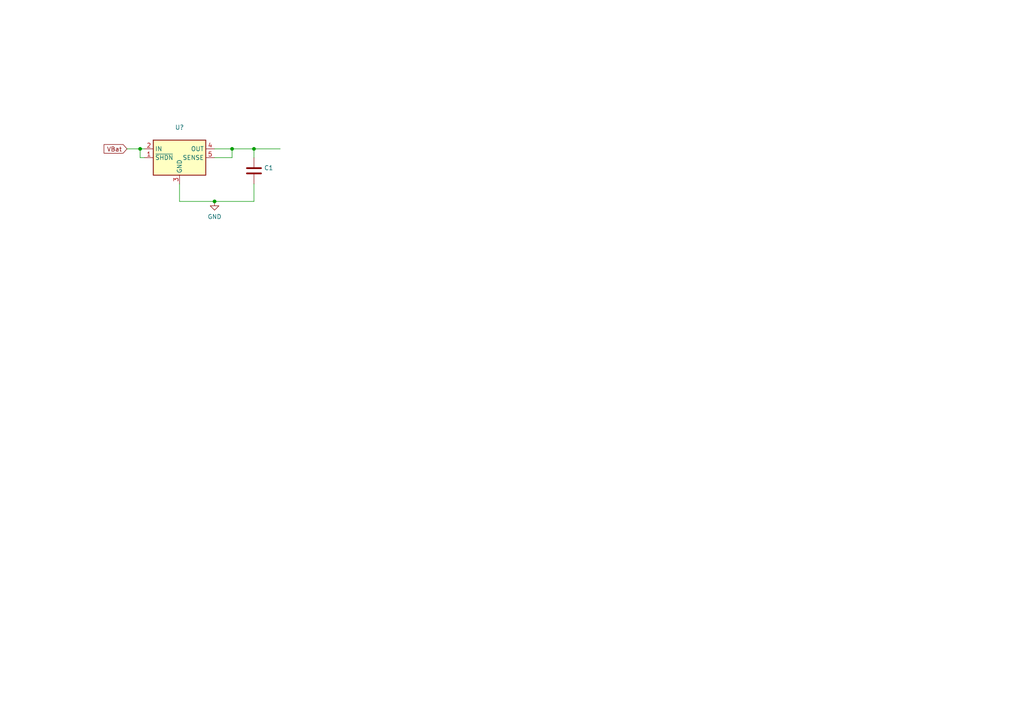
<source format=kicad_sch>
(kicad_sch (version 20211123) (generator eeschema)

  (uuid aed526b9-2f41-4fea-b5fe-8a3ea0ad1351)

  (paper "A4")

  (lib_symbols
    (symbol "Device:C" (pin_numbers hide) (pin_names (offset 0.254)) (in_bom yes) (on_board yes)
      (property "Reference" "C" (id 0) (at 0.635 2.54 0)
        (effects (font (size 1.27 1.27)) (justify left))
      )
      (property "Value" "C" (id 1) (at 0.635 -2.54 0)
        (effects (font (size 1.27 1.27)) (justify left))
      )
      (property "Footprint" "" (id 2) (at 0.9652 -3.81 0)
        (effects (font (size 1.27 1.27)) hide)
      )
      (property "Datasheet" "~" (id 3) (at 0 0 0)
        (effects (font (size 1.27 1.27)) hide)
      )
      (property "ki_keywords" "cap capacitor" (id 4) (at 0 0 0)
        (effects (font (size 1.27 1.27)) hide)
      )
      (property "ki_description" "Unpolarized capacitor" (id 5) (at 0 0 0)
        (effects (font (size 1.27 1.27)) hide)
      )
      (property "ki_fp_filters" "C_*" (id 6) (at 0 0 0)
        (effects (font (size 1.27 1.27)) hide)
      )
      (symbol "C_0_1"
        (polyline
          (pts
            (xy -2.032 -0.762)
            (xy 2.032 -0.762)
          )
          (stroke (width 0.508) (type default) (color 0 0 0 0))
          (fill (type none))
        )
        (polyline
          (pts
            (xy -2.032 0.762)
            (xy 2.032 0.762)
          )
          (stroke (width 0.508) (type default) (color 0 0 0 0))
          (fill (type none))
        )
      )
      (symbol "C_1_1"
        (pin passive line (at 0 3.81 270) (length 2.794)
          (name "~" (effects (font (size 1.27 1.27))))
          (number "1" (effects (font (size 1.27 1.27))))
        )
        (pin passive line (at 0 -3.81 90) (length 2.794)
          (name "~" (effects (font (size 1.27 1.27))))
          (number "2" (effects (font (size 1.27 1.27))))
        )
      )
    )
    (symbol "Regulator_Linear:LT1963AxQ-3.3" (in_bom yes) (on_board yes)
      (property "Reference" "U" (id 0) (at -7.62 6.35 0)
        (effects (font (size 1.27 1.27)) (justify left))
      )
      (property "Value" "LT1963AxQ-3.3" (id 1) (at -1.27 6.35 0)
        (effects (font (size 1.27 1.27)) (justify left))
      )
      (property "Footprint" "Package_TO_SOT_SMD:TO-263-5_TabPin3" (id 2) (at 0 -11.43 0)
        (effects (font (size 1.27 1.27)) hide)
      )
      (property "Datasheet" "https://www.analog.com/media/en/technical-documentation/data-sheets/1963aff.pdf" (id 3) (at 0 -13.97 0)
        (effects (font (size 1.27 1.27)) hide)
      )
      (property "ki_keywords" "voltage regulator linear ldo" (id 4) (at 0 0 0)
        (effects (font (size 1.27 1.27)) hide)
      )
      (property "ki_description" "3.3V, 1.5A, Low Noise, Fast Transient Response LDO Regulator, TO-263-5" (id 5) (at 0 0 0)
        (effects (font (size 1.27 1.27)) hide)
      )
      (property "ki_fp_filters" "TO*263*" (id 6) (at 0 0 0)
        (effects (font (size 1.27 1.27)) hide)
      )
      (symbol "LT1963AxQ-3.3_0_1"
        (rectangle (start -7.62 5.08) (end 7.62 -5.08)
          (stroke (width 0.254) (type default) (color 0 0 0 0))
          (fill (type background))
        )
      )
      (symbol "LT1963AxQ-3.3_1_1"
        (pin input line (at -10.16 0 0) (length 2.54)
          (name "~{SHDN}" (effects (font (size 1.27 1.27))))
          (number "1" (effects (font (size 1.27 1.27))))
        )
        (pin power_in line (at -10.16 2.54 0) (length 2.54)
          (name "IN" (effects (font (size 1.27 1.27))))
          (number "2" (effects (font (size 1.27 1.27))))
        )
        (pin power_in line (at 0 -7.62 90) (length 2.54)
          (name "GND" (effects (font (size 1.27 1.27))))
          (number "3" (effects (font (size 1.27 1.27))))
        )
        (pin power_out line (at 10.16 2.54 180) (length 2.54)
          (name "OUT" (effects (font (size 1.27 1.27))))
          (number "4" (effects (font (size 1.27 1.27))))
        )
        (pin input line (at 10.16 0 180) (length 2.54)
          (name "SENSE" (effects (font (size 1.27 1.27))))
          (number "5" (effects (font (size 1.27 1.27))))
        )
      )
    )
    (symbol "power:GND" (power) (pin_names (offset 0)) (in_bom yes) (on_board yes)
      (property "Reference" "#PWR" (id 0) (at 0 -6.35 0)
        (effects (font (size 1.27 1.27)) hide)
      )
      (property "Value" "GND" (id 1) (at 0 -3.81 0)
        (effects (font (size 1.27 1.27)))
      )
      (property "Footprint" "" (id 2) (at 0 0 0)
        (effects (font (size 1.27 1.27)) hide)
      )
      (property "Datasheet" "" (id 3) (at 0 0 0)
        (effects (font (size 1.27 1.27)) hide)
      )
      (property "ki_keywords" "power-flag" (id 4) (at 0 0 0)
        (effects (font (size 1.27 1.27)) hide)
      )
      (property "ki_description" "Power symbol creates a global label with name \"GND\" , ground" (id 5) (at 0 0 0)
        (effects (font (size 1.27 1.27)) hide)
      )
      (symbol "GND_0_1"
        (polyline
          (pts
            (xy 0 0)
            (xy 0 -1.27)
            (xy 1.27 -1.27)
            (xy 0 -2.54)
            (xy -1.27 -1.27)
            (xy 0 -1.27)
          )
          (stroke (width 0) (type default) (color 0 0 0 0))
          (fill (type none))
        )
      )
      (symbol "GND_1_1"
        (pin power_in line (at 0 0 270) (length 0) hide
          (name "GND" (effects (font (size 1.27 1.27))))
          (number "1" (effects (font (size 1.27 1.27))))
        )
      )
    )
  )

  (junction (at 73.66 43.18) (diameter 0) (color 0 0 0 0)
    (uuid 24c37aec-9edc-4900-ae2e-d0a4bd615ab4)
  )
  (junction (at 40.64 43.18) (diameter 0) (color 0 0 0 0)
    (uuid 53ffc176-ddbe-48ad-8b78-aab6929e8387)
  )
  (junction (at 62.23 58.42) (diameter 0) (color 0 0 0 0)
    (uuid 578e0f49-85ae-477d-b93f-8f2fa452a894)
  )
  (junction (at 67.31 43.18) (diameter 0) (color 0 0 0 0)
    (uuid badf4e87-7150-48f1-add2-b2e66adf0945)
  )

  (wire (pts (xy 40.64 45.72) (xy 40.64 43.18))
    (stroke (width 0) (type default) (color 0 0 0 0))
    (uuid 0646ed88-4118-415f-b5c7-3142da02f73d)
  )
  (wire (pts (xy 73.66 43.18) (xy 73.66 45.72))
    (stroke (width 0) (type default) (color 0 0 0 0))
    (uuid 095c209f-6a5c-4c60-ae78-3746967b1308)
  )
  (wire (pts (xy 36.83 43.18) (xy 40.64 43.18))
    (stroke (width 0) (type default) (color 0 0 0 0))
    (uuid 53891892-fec2-438a-ba4f-adc6401e8a39)
  )
  (wire (pts (xy 52.07 53.34) (xy 52.07 58.42))
    (stroke (width 0) (type default) (color 0 0 0 0))
    (uuid 5cc3da7b-eb73-4677-b082-cfbbc3e67dc2)
  )
  (wire (pts (xy 73.66 43.18) (xy 81.28 43.18))
    (stroke (width 0) (type default) (color 0 0 0 0))
    (uuid 5d94cb9f-e61c-4d37-937d-f85058071620)
  )
  (wire (pts (xy 73.66 58.42) (xy 73.66 53.34))
    (stroke (width 0) (type default) (color 0 0 0 0))
    (uuid 63c3cc2d-cf75-4e0d-8eef-f14c618b12e1)
  )
  (wire (pts (xy 62.23 43.18) (xy 67.31 43.18))
    (stroke (width 0) (type default) (color 0 0 0 0))
    (uuid 67f320e3-1275-4156-95b0-06aac4482c66)
  )
  (wire (pts (xy 41.91 45.72) (xy 40.64 45.72))
    (stroke (width 0) (type default) (color 0 0 0 0))
    (uuid 8c71cfca-0dc7-4ff5-82cf-5ece028c1ffe)
  )
  (wire (pts (xy 62.23 58.42) (xy 73.66 58.42))
    (stroke (width 0) (type default) (color 0 0 0 0))
    (uuid b8a74b80-3aca-4267-b23a-94884362aae2)
  )
  (wire (pts (xy 52.07 58.42) (xy 62.23 58.42))
    (stroke (width 0) (type default) (color 0 0 0 0))
    (uuid c36a4313-ea83-4455-8444-66cfb8c37f21)
  )
  (wire (pts (xy 62.23 45.72) (xy 67.31 45.72))
    (stroke (width 0) (type default) (color 0 0 0 0))
    (uuid d249e9d8-9bad-42f1-a73d-d1a59a7189c1)
  )
  (wire (pts (xy 67.31 45.72) (xy 67.31 43.18))
    (stroke (width 0) (type default) (color 0 0 0 0))
    (uuid e04a2b29-9af0-49d8-b3d3-343265fbfdf5)
  )
  (wire (pts (xy 40.64 43.18) (xy 41.91 43.18))
    (stroke (width 0) (type default) (color 0 0 0 0))
    (uuid fa255163-ff4d-4d59-99be-0d2755075bf2)
  )
  (wire (pts (xy 67.31 43.18) (xy 73.66 43.18))
    (stroke (width 0) (type default) (color 0 0 0 0))
    (uuid ff39bedc-c1aa-463e-8dc9-6221618e68b6)
  )

  (global_label "VBat" (shape input) (at 36.83 43.18 180) (fields_autoplaced)
    (effects (font (size 1.27 1.27)) (justify right))
    (uuid 3ff29cdd-029b-49d4-b080-57ae2c9ff80d)
    (property "Intersheet References" "${INTERSHEET_REFS}" (id 0) (at 30.1836 43.1006 0)
      (effects (font (size 1.27 1.27)) (justify right) hide)
    )
  )

  (symbol (lib_id "power:GND") (at 62.23 58.42 0) (unit 1)
    (in_bom yes) (on_board yes) (fields_autoplaced)
    (uuid 3985260a-a27e-4a97-8306-f5ccd04da3bc)
    (property "Reference" "#PWR?" (id 0) (at 62.23 64.77 0)
      (effects (font (size 1.27 1.27)) hide)
    )
    (property "Value" "" (id 1) (at 62.23 62.8634 0))
    (property "Footprint" "" (id 2) (at 62.23 58.42 0)
      (effects (font (size 1.27 1.27)) hide)
    )
    (property "Datasheet" "" (id 3) (at 62.23 58.42 0)
      (effects (font (size 1.27 1.27)) hide)
    )
    (pin "1" (uuid 135d0023-fbaf-42b5-b5e7-9df5ec464e07))
  )

  (symbol (lib_id "Regulator_Linear:LT1963AxQ-3.3") (at 52.07 45.72 0) (unit 1)
    (in_bom yes) (on_board yes) (fields_autoplaced)
    (uuid 72e9ce03-23a8-49f3-932e-ff8645003894)
    (property "Reference" "U?" (id 0) (at 52.07 36.9402 0))
    (property "Value" "" (id 1) (at 52.07 39.4771 0))
    (property "Footprint" "" (id 2) (at 52.07 57.15 0)
      (effects (font (size 1.27 1.27)) hide)
    )
    (property "Datasheet" "https://www.analog.com/media/en/technical-documentation/data-sheets/1963aff.pdf" (id 3) (at 52.07 59.69 0)
      (effects (font (size 1.27 1.27)) hide)
    )
    (pin "1" (uuid 2a2b52da-1e92-4650-8ddd-a3e71b362aae))
    (pin "2" (uuid 950673d1-dae5-4c94-ac7c-7ec8636c3780))
    (pin "3" (uuid 03628548-ce72-41d4-a887-44d0ff201f02))
    (pin "4" (uuid 92fee557-9bd6-4a74-8b90-70c0b60d33a9))
    (pin "5" (uuid 9bd72817-14e7-4e31-930a-c1de9a6b160a))
  )

  (symbol (lib_id "Device:C") (at 73.66 49.53 0) (unit 1)
    (in_bom yes) (on_board yes) (fields_autoplaced)
    (uuid e9f6b7cc-f638-4d2c-96ad-ce3c423daf15)
    (property "Reference" "C1" (id 0) (at 76.581 48.6953 0)
      (effects (font (size 1.27 1.27)) (justify left))
    )
    (property "Value" "" (id 1) (at 76.581 51.2322 0)
      (effects (font (size 1.27 1.27)) (justify left))
    )
    (property "Footprint" "" (id 2) (at 74.6252 53.34 0)
      (effects (font (size 1.27 1.27)) hide)
    )
    (property "Datasheet" "~" (id 3) (at 73.66 49.53 0)
      (effects (font (size 1.27 1.27)) hide)
    )
    (pin "1" (uuid 5b56fe16-a3b7-4c56-aa70-90ed253f8320))
    (pin "2" (uuid 42d83f07-37f1-4c95-af51-848b341658ff))
  )
)

</source>
